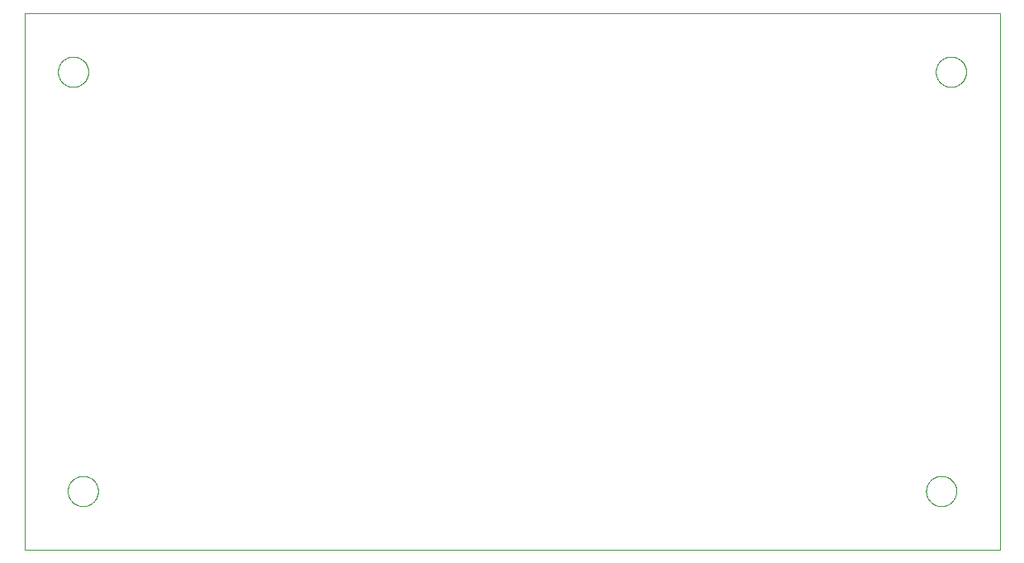
<source format=gko>
G04 EAGLE Gerber RS-274X export*
G75*
%MOMM*%
%FSLAX34Y34*%
%LPD*%
%INBoard ouline*%
%IPPOS*%
%AMOC8*
5,1,8,0,0,1.08239X$1,22.5*%
G01*
%ADD10C,0.000000*%


D10*
X0Y0D02*
X1000000Y0D01*
X1000000Y550000D01*
X0Y550000D01*
X0Y0D01*
X44500Y60000D02*
X44505Y60380D01*
X44519Y60761D01*
X44542Y61140D01*
X44575Y61519D01*
X44617Y61897D01*
X44668Y62274D01*
X44728Y62650D01*
X44798Y63024D01*
X44877Y63396D01*
X44965Y63766D01*
X45061Y64134D01*
X45167Y64499D01*
X45282Y64862D01*
X45406Y65222D01*
X45539Y65578D01*
X45680Y65932D01*
X45830Y66281D01*
X45988Y66627D01*
X46155Y66969D01*
X46330Y67307D01*
X46514Y67640D01*
X46705Y67969D01*
X46905Y68292D01*
X47112Y68611D01*
X47327Y68925D01*
X47550Y69233D01*
X47781Y69536D01*
X48018Y69833D01*
X48263Y70124D01*
X48515Y70409D01*
X48774Y70688D01*
X49040Y70960D01*
X49312Y71226D01*
X49591Y71485D01*
X49876Y71737D01*
X50167Y71982D01*
X50464Y72219D01*
X50767Y72450D01*
X51075Y72673D01*
X51389Y72888D01*
X51708Y73095D01*
X52031Y73295D01*
X52360Y73486D01*
X52693Y73670D01*
X53031Y73845D01*
X53373Y74012D01*
X53719Y74170D01*
X54068Y74320D01*
X54422Y74461D01*
X54778Y74594D01*
X55138Y74718D01*
X55501Y74833D01*
X55866Y74939D01*
X56234Y75035D01*
X56604Y75123D01*
X56976Y75202D01*
X57350Y75272D01*
X57726Y75332D01*
X58103Y75383D01*
X58481Y75425D01*
X58860Y75458D01*
X59239Y75481D01*
X59620Y75495D01*
X60000Y75500D01*
X60380Y75495D01*
X60761Y75481D01*
X61140Y75458D01*
X61519Y75425D01*
X61897Y75383D01*
X62274Y75332D01*
X62650Y75272D01*
X63024Y75202D01*
X63396Y75123D01*
X63766Y75035D01*
X64134Y74939D01*
X64499Y74833D01*
X64862Y74718D01*
X65222Y74594D01*
X65578Y74461D01*
X65932Y74320D01*
X66281Y74170D01*
X66627Y74012D01*
X66969Y73845D01*
X67307Y73670D01*
X67640Y73486D01*
X67969Y73295D01*
X68292Y73095D01*
X68611Y72888D01*
X68925Y72673D01*
X69233Y72450D01*
X69536Y72219D01*
X69833Y71982D01*
X70124Y71737D01*
X70409Y71485D01*
X70688Y71226D01*
X70960Y70960D01*
X71226Y70688D01*
X71485Y70409D01*
X71737Y70124D01*
X71982Y69833D01*
X72219Y69536D01*
X72450Y69233D01*
X72673Y68925D01*
X72888Y68611D01*
X73095Y68292D01*
X73295Y67969D01*
X73486Y67640D01*
X73670Y67307D01*
X73845Y66969D01*
X74012Y66627D01*
X74170Y66281D01*
X74320Y65932D01*
X74461Y65578D01*
X74594Y65222D01*
X74718Y64862D01*
X74833Y64499D01*
X74939Y64134D01*
X75035Y63766D01*
X75123Y63396D01*
X75202Y63024D01*
X75272Y62650D01*
X75332Y62274D01*
X75383Y61897D01*
X75425Y61519D01*
X75458Y61140D01*
X75481Y60761D01*
X75495Y60380D01*
X75500Y60000D01*
X75495Y59620D01*
X75481Y59239D01*
X75458Y58860D01*
X75425Y58481D01*
X75383Y58103D01*
X75332Y57726D01*
X75272Y57350D01*
X75202Y56976D01*
X75123Y56604D01*
X75035Y56234D01*
X74939Y55866D01*
X74833Y55501D01*
X74718Y55138D01*
X74594Y54778D01*
X74461Y54422D01*
X74320Y54068D01*
X74170Y53719D01*
X74012Y53373D01*
X73845Y53031D01*
X73670Y52693D01*
X73486Y52360D01*
X73295Y52031D01*
X73095Y51708D01*
X72888Y51389D01*
X72673Y51075D01*
X72450Y50767D01*
X72219Y50464D01*
X71982Y50167D01*
X71737Y49876D01*
X71485Y49591D01*
X71226Y49312D01*
X70960Y49040D01*
X70688Y48774D01*
X70409Y48515D01*
X70124Y48263D01*
X69833Y48018D01*
X69536Y47781D01*
X69233Y47550D01*
X68925Y47327D01*
X68611Y47112D01*
X68292Y46905D01*
X67969Y46705D01*
X67640Y46514D01*
X67307Y46330D01*
X66969Y46155D01*
X66627Y45988D01*
X66281Y45830D01*
X65932Y45680D01*
X65578Y45539D01*
X65222Y45406D01*
X64862Y45282D01*
X64499Y45167D01*
X64134Y45061D01*
X63766Y44965D01*
X63396Y44877D01*
X63024Y44798D01*
X62650Y44728D01*
X62274Y44668D01*
X61897Y44617D01*
X61519Y44575D01*
X61140Y44542D01*
X60761Y44519D01*
X60380Y44505D01*
X60000Y44500D01*
X59620Y44505D01*
X59239Y44519D01*
X58860Y44542D01*
X58481Y44575D01*
X58103Y44617D01*
X57726Y44668D01*
X57350Y44728D01*
X56976Y44798D01*
X56604Y44877D01*
X56234Y44965D01*
X55866Y45061D01*
X55501Y45167D01*
X55138Y45282D01*
X54778Y45406D01*
X54422Y45539D01*
X54068Y45680D01*
X53719Y45830D01*
X53373Y45988D01*
X53031Y46155D01*
X52693Y46330D01*
X52360Y46514D01*
X52031Y46705D01*
X51708Y46905D01*
X51389Y47112D01*
X51075Y47327D01*
X50767Y47550D01*
X50464Y47781D01*
X50167Y48018D01*
X49876Y48263D01*
X49591Y48515D01*
X49312Y48774D01*
X49040Y49040D01*
X48774Y49312D01*
X48515Y49591D01*
X48263Y49876D01*
X48018Y50167D01*
X47781Y50464D01*
X47550Y50767D01*
X47327Y51075D01*
X47112Y51389D01*
X46905Y51708D01*
X46705Y52031D01*
X46514Y52360D01*
X46330Y52693D01*
X46155Y53031D01*
X45988Y53373D01*
X45830Y53719D01*
X45680Y54068D01*
X45539Y54422D01*
X45406Y54778D01*
X45282Y55138D01*
X45167Y55501D01*
X45061Y55866D01*
X44965Y56234D01*
X44877Y56604D01*
X44798Y56976D01*
X44728Y57350D01*
X44668Y57726D01*
X44617Y58103D01*
X44575Y58481D01*
X44542Y58860D01*
X44519Y59239D01*
X44505Y59620D01*
X44500Y60000D01*
X34500Y490000D02*
X34505Y490380D01*
X34519Y490761D01*
X34542Y491140D01*
X34575Y491519D01*
X34617Y491897D01*
X34668Y492274D01*
X34728Y492650D01*
X34798Y493024D01*
X34877Y493396D01*
X34965Y493766D01*
X35061Y494134D01*
X35167Y494499D01*
X35282Y494862D01*
X35406Y495222D01*
X35539Y495578D01*
X35680Y495932D01*
X35830Y496281D01*
X35988Y496627D01*
X36155Y496969D01*
X36330Y497307D01*
X36514Y497640D01*
X36705Y497969D01*
X36905Y498292D01*
X37112Y498611D01*
X37327Y498925D01*
X37550Y499233D01*
X37781Y499536D01*
X38018Y499833D01*
X38263Y500124D01*
X38515Y500409D01*
X38774Y500688D01*
X39040Y500960D01*
X39312Y501226D01*
X39591Y501485D01*
X39876Y501737D01*
X40167Y501982D01*
X40464Y502219D01*
X40767Y502450D01*
X41075Y502673D01*
X41389Y502888D01*
X41708Y503095D01*
X42031Y503295D01*
X42360Y503486D01*
X42693Y503670D01*
X43031Y503845D01*
X43373Y504012D01*
X43719Y504170D01*
X44068Y504320D01*
X44422Y504461D01*
X44778Y504594D01*
X45138Y504718D01*
X45501Y504833D01*
X45866Y504939D01*
X46234Y505035D01*
X46604Y505123D01*
X46976Y505202D01*
X47350Y505272D01*
X47726Y505332D01*
X48103Y505383D01*
X48481Y505425D01*
X48860Y505458D01*
X49239Y505481D01*
X49620Y505495D01*
X50000Y505500D01*
X50380Y505495D01*
X50761Y505481D01*
X51140Y505458D01*
X51519Y505425D01*
X51897Y505383D01*
X52274Y505332D01*
X52650Y505272D01*
X53024Y505202D01*
X53396Y505123D01*
X53766Y505035D01*
X54134Y504939D01*
X54499Y504833D01*
X54862Y504718D01*
X55222Y504594D01*
X55578Y504461D01*
X55932Y504320D01*
X56281Y504170D01*
X56627Y504012D01*
X56969Y503845D01*
X57307Y503670D01*
X57640Y503486D01*
X57969Y503295D01*
X58292Y503095D01*
X58611Y502888D01*
X58925Y502673D01*
X59233Y502450D01*
X59536Y502219D01*
X59833Y501982D01*
X60124Y501737D01*
X60409Y501485D01*
X60688Y501226D01*
X60960Y500960D01*
X61226Y500688D01*
X61485Y500409D01*
X61737Y500124D01*
X61982Y499833D01*
X62219Y499536D01*
X62450Y499233D01*
X62673Y498925D01*
X62888Y498611D01*
X63095Y498292D01*
X63295Y497969D01*
X63486Y497640D01*
X63670Y497307D01*
X63845Y496969D01*
X64012Y496627D01*
X64170Y496281D01*
X64320Y495932D01*
X64461Y495578D01*
X64594Y495222D01*
X64718Y494862D01*
X64833Y494499D01*
X64939Y494134D01*
X65035Y493766D01*
X65123Y493396D01*
X65202Y493024D01*
X65272Y492650D01*
X65332Y492274D01*
X65383Y491897D01*
X65425Y491519D01*
X65458Y491140D01*
X65481Y490761D01*
X65495Y490380D01*
X65500Y490000D01*
X65495Y489620D01*
X65481Y489239D01*
X65458Y488860D01*
X65425Y488481D01*
X65383Y488103D01*
X65332Y487726D01*
X65272Y487350D01*
X65202Y486976D01*
X65123Y486604D01*
X65035Y486234D01*
X64939Y485866D01*
X64833Y485501D01*
X64718Y485138D01*
X64594Y484778D01*
X64461Y484422D01*
X64320Y484068D01*
X64170Y483719D01*
X64012Y483373D01*
X63845Y483031D01*
X63670Y482693D01*
X63486Y482360D01*
X63295Y482031D01*
X63095Y481708D01*
X62888Y481389D01*
X62673Y481075D01*
X62450Y480767D01*
X62219Y480464D01*
X61982Y480167D01*
X61737Y479876D01*
X61485Y479591D01*
X61226Y479312D01*
X60960Y479040D01*
X60688Y478774D01*
X60409Y478515D01*
X60124Y478263D01*
X59833Y478018D01*
X59536Y477781D01*
X59233Y477550D01*
X58925Y477327D01*
X58611Y477112D01*
X58292Y476905D01*
X57969Y476705D01*
X57640Y476514D01*
X57307Y476330D01*
X56969Y476155D01*
X56627Y475988D01*
X56281Y475830D01*
X55932Y475680D01*
X55578Y475539D01*
X55222Y475406D01*
X54862Y475282D01*
X54499Y475167D01*
X54134Y475061D01*
X53766Y474965D01*
X53396Y474877D01*
X53024Y474798D01*
X52650Y474728D01*
X52274Y474668D01*
X51897Y474617D01*
X51519Y474575D01*
X51140Y474542D01*
X50761Y474519D01*
X50380Y474505D01*
X50000Y474500D01*
X49620Y474505D01*
X49239Y474519D01*
X48860Y474542D01*
X48481Y474575D01*
X48103Y474617D01*
X47726Y474668D01*
X47350Y474728D01*
X46976Y474798D01*
X46604Y474877D01*
X46234Y474965D01*
X45866Y475061D01*
X45501Y475167D01*
X45138Y475282D01*
X44778Y475406D01*
X44422Y475539D01*
X44068Y475680D01*
X43719Y475830D01*
X43373Y475988D01*
X43031Y476155D01*
X42693Y476330D01*
X42360Y476514D01*
X42031Y476705D01*
X41708Y476905D01*
X41389Y477112D01*
X41075Y477327D01*
X40767Y477550D01*
X40464Y477781D01*
X40167Y478018D01*
X39876Y478263D01*
X39591Y478515D01*
X39312Y478774D01*
X39040Y479040D01*
X38774Y479312D01*
X38515Y479591D01*
X38263Y479876D01*
X38018Y480167D01*
X37781Y480464D01*
X37550Y480767D01*
X37327Y481075D01*
X37112Y481389D01*
X36905Y481708D01*
X36705Y482031D01*
X36514Y482360D01*
X36330Y482693D01*
X36155Y483031D01*
X35988Y483373D01*
X35830Y483719D01*
X35680Y484068D01*
X35539Y484422D01*
X35406Y484778D01*
X35282Y485138D01*
X35167Y485501D01*
X35061Y485866D01*
X34965Y486234D01*
X34877Y486604D01*
X34798Y486976D01*
X34728Y487350D01*
X34668Y487726D01*
X34617Y488103D01*
X34575Y488481D01*
X34542Y488860D01*
X34519Y489239D01*
X34505Y489620D01*
X34500Y490000D01*
X934500Y490000D02*
X934505Y490380D01*
X934519Y490761D01*
X934542Y491140D01*
X934575Y491519D01*
X934617Y491897D01*
X934668Y492274D01*
X934728Y492650D01*
X934798Y493024D01*
X934877Y493396D01*
X934965Y493766D01*
X935061Y494134D01*
X935167Y494499D01*
X935282Y494862D01*
X935406Y495222D01*
X935539Y495578D01*
X935680Y495932D01*
X935830Y496281D01*
X935988Y496627D01*
X936155Y496969D01*
X936330Y497307D01*
X936514Y497640D01*
X936705Y497969D01*
X936905Y498292D01*
X937112Y498611D01*
X937327Y498925D01*
X937550Y499233D01*
X937781Y499536D01*
X938018Y499833D01*
X938263Y500124D01*
X938515Y500409D01*
X938774Y500688D01*
X939040Y500960D01*
X939312Y501226D01*
X939591Y501485D01*
X939876Y501737D01*
X940167Y501982D01*
X940464Y502219D01*
X940767Y502450D01*
X941075Y502673D01*
X941389Y502888D01*
X941708Y503095D01*
X942031Y503295D01*
X942360Y503486D01*
X942693Y503670D01*
X943031Y503845D01*
X943373Y504012D01*
X943719Y504170D01*
X944068Y504320D01*
X944422Y504461D01*
X944778Y504594D01*
X945138Y504718D01*
X945501Y504833D01*
X945866Y504939D01*
X946234Y505035D01*
X946604Y505123D01*
X946976Y505202D01*
X947350Y505272D01*
X947726Y505332D01*
X948103Y505383D01*
X948481Y505425D01*
X948860Y505458D01*
X949239Y505481D01*
X949620Y505495D01*
X950000Y505500D01*
X950380Y505495D01*
X950761Y505481D01*
X951140Y505458D01*
X951519Y505425D01*
X951897Y505383D01*
X952274Y505332D01*
X952650Y505272D01*
X953024Y505202D01*
X953396Y505123D01*
X953766Y505035D01*
X954134Y504939D01*
X954499Y504833D01*
X954862Y504718D01*
X955222Y504594D01*
X955578Y504461D01*
X955932Y504320D01*
X956281Y504170D01*
X956627Y504012D01*
X956969Y503845D01*
X957307Y503670D01*
X957640Y503486D01*
X957969Y503295D01*
X958292Y503095D01*
X958611Y502888D01*
X958925Y502673D01*
X959233Y502450D01*
X959536Y502219D01*
X959833Y501982D01*
X960124Y501737D01*
X960409Y501485D01*
X960688Y501226D01*
X960960Y500960D01*
X961226Y500688D01*
X961485Y500409D01*
X961737Y500124D01*
X961982Y499833D01*
X962219Y499536D01*
X962450Y499233D01*
X962673Y498925D01*
X962888Y498611D01*
X963095Y498292D01*
X963295Y497969D01*
X963486Y497640D01*
X963670Y497307D01*
X963845Y496969D01*
X964012Y496627D01*
X964170Y496281D01*
X964320Y495932D01*
X964461Y495578D01*
X964594Y495222D01*
X964718Y494862D01*
X964833Y494499D01*
X964939Y494134D01*
X965035Y493766D01*
X965123Y493396D01*
X965202Y493024D01*
X965272Y492650D01*
X965332Y492274D01*
X965383Y491897D01*
X965425Y491519D01*
X965458Y491140D01*
X965481Y490761D01*
X965495Y490380D01*
X965500Y490000D01*
X965495Y489620D01*
X965481Y489239D01*
X965458Y488860D01*
X965425Y488481D01*
X965383Y488103D01*
X965332Y487726D01*
X965272Y487350D01*
X965202Y486976D01*
X965123Y486604D01*
X965035Y486234D01*
X964939Y485866D01*
X964833Y485501D01*
X964718Y485138D01*
X964594Y484778D01*
X964461Y484422D01*
X964320Y484068D01*
X964170Y483719D01*
X964012Y483373D01*
X963845Y483031D01*
X963670Y482693D01*
X963486Y482360D01*
X963295Y482031D01*
X963095Y481708D01*
X962888Y481389D01*
X962673Y481075D01*
X962450Y480767D01*
X962219Y480464D01*
X961982Y480167D01*
X961737Y479876D01*
X961485Y479591D01*
X961226Y479312D01*
X960960Y479040D01*
X960688Y478774D01*
X960409Y478515D01*
X960124Y478263D01*
X959833Y478018D01*
X959536Y477781D01*
X959233Y477550D01*
X958925Y477327D01*
X958611Y477112D01*
X958292Y476905D01*
X957969Y476705D01*
X957640Y476514D01*
X957307Y476330D01*
X956969Y476155D01*
X956627Y475988D01*
X956281Y475830D01*
X955932Y475680D01*
X955578Y475539D01*
X955222Y475406D01*
X954862Y475282D01*
X954499Y475167D01*
X954134Y475061D01*
X953766Y474965D01*
X953396Y474877D01*
X953024Y474798D01*
X952650Y474728D01*
X952274Y474668D01*
X951897Y474617D01*
X951519Y474575D01*
X951140Y474542D01*
X950761Y474519D01*
X950380Y474505D01*
X950000Y474500D01*
X949620Y474505D01*
X949239Y474519D01*
X948860Y474542D01*
X948481Y474575D01*
X948103Y474617D01*
X947726Y474668D01*
X947350Y474728D01*
X946976Y474798D01*
X946604Y474877D01*
X946234Y474965D01*
X945866Y475061D01*
X945501Y475167D01*
X945138Y475282D01*
X944778Y475406D01*
X944422Y475539D01*
X944068Y475680D01*
X943719Y475830D01*
X943373Y475988D01*
X943031Y476155D01*
X942693Y476330D01*
X942360Y476514D01*
X942031Y476705D01*
X941708Y476905D01*
X941389Y477112D01*
X941075Y477327D01*
X940767Y477550D01*
X940464Y477781D01*
X940167Y478018D01*
X939876Y478263D01*
X939591Y478515D01*
X939312Y478774D01*
X939040Y479040D01*
X938774Y479312D01*
X938515Y479591D01*
X938263Y479876D01*
X938018Y480167D01*
X937781Y480464D01*
X937550Y480767D01*
X937327Y481075D01*
X937112Y481389D01*
X936905Y481708D01*
X936705Y482031D01*
X936514Y482360D01*
X936330Y482693D01*
X936155Y483031D01*
X935988Y483373D01*
X935830Y483719D01*
X935680Y484068D01*
X935539Y484422D01*
X935406Y484778D01*
X935282Y485138D01*
X935167Y485501D01*
X935061Y485866D01*
X934965Y486234D01*
X934877Y486604D01*
X934798Y486976D01*
X934728Y487350D01*
X934668Y487726D01*
X934617Y488103D01*
X934575Y488481D01*
X934542Y488860D01*
X934519Y489239D01*
X934505Y489620D01*
X934500Y490000D01*
X924500Y60000D02*
X924505Y60380D01*
X924519Y60761D01*
X924542Y61140D01*
X924575Y61519D01*
X924617Y61897D01*
X924668Y62274D01*
X924728Y62650D01*
X924798Y63024D01*
X924877Y63396D01*
X924965Y63766D01*
X925061Y64134D01*
X925167Y64499D01*
X925282Y64862D01*
X925406Y65222D01*
X925539Y65578D01*
X925680Y65932D01*
X925830Y66281D01*
X925988Y66627D01*
X926155Y66969D01*
X926330Y67307D01*
X926514Y67640D01*
X926705Y67969D01*
X926905Y68292D01*
X927112Y68611D01*
X927327Y68925D01*
X927550Y69233D01*
X927781Y69536D01*
X928018Y69833D01*
X928263Y70124D01*
X928515Y70409D01*
X928774Y70688D01*
X929040Y70960D01*
X929312Y71226D01*
X929591Y71485D01*
X929876Y71737D01*
X930167Y71982D01*
X930464Y72219D01*
X930767Y72450D01*
X931075Y72673D01*
X931389Y72888D01*
X931708Y73095D01*
X932031Y73295D01*
X932360Y73486D01*
X932693Y73670D01*
X933031Y73845D01*
X933373Y74012D01*
X933719Y74170D01*
X934068Y74320D01*
X934422Y74461D01*
X934778Y74594D01*
X935138Y74718D01*
X935501Y74833D01*
X935866Y74939D01*
X936234Y75035D01*
X936604Y75123D01*
X936976Y75202D01*
X937350Y75272D01*
X937726Y75332D01*
X938103Y75383D01*
X938481Y75425D01*
X938860Y75458D01*
X939239Y75481D01*
X939620Y75495D01*
X940000Y75500D01*
X940380Y75495D01*
X940761Y75481D01*
X941140Y75458D01*
X941519Y75425D01*
X941897Y75383D01*
X942274Y75332D01*
X942650Y75272D01*
X943024Y75202D01*
X943396Y75123D01*
X943766Y75035D01*
X944134Y74939D01*
X944499Y74833D01*
X944862Y74718D01*
X945222Y74594D01*
X945578Y74461D01*
X945932Y74320D01*
X946281Y74170D01*
X946627Y74012D01*
X946969Y73845D01*
X947307Y73670D01*
X947640Y73486D01*
X947969Y73295D01*
X948292Y73095D01*
X948611Y72888D01*
X948925Y72673D01*
X949233Y72450D01*
X949536Y72219D01*
X949833Y71982D01*
X950124Y71737D01*
X950409Y71485D01*
X950688Y71226D01*
X950960Y70960D01*
X951226Y70688D01*
X951485Y70409D01*
X951737Y70124D01*
X951982Y69833D01*
X952219Y69536D01*
X952450Y69233D01*
X952673Y68925D01*
X952888Y68611D01*
X953095Y68292D01*
X953295Y67969D01*
X953486Y67640D01*
X953670Y67307D01*
X953845Y66969D01*
X954012Y66627D01*
X954170Y66281D01*
X954320Y65932D01*
X954461Y65578D01*
X954594Y65222D01*
X954718Y64862D01*
X954833Y64499D01*
X954939Y64134D01*
X955035Y63766D01*
X955123Y63396D01*
X955202Y63024D01*
X955272Y62650D01*
X955332Y62274D01*
X955383Y61897D01*
X955425Y61519D01*
X955458Y61140D01*
X955481Y60761D01*
X955495Y60380D01*
X955500Y60000D01*
X955495Y59620D01*
X955481Y59239D01*
X955458Y58860D01*
X955425Y58481D01*
X955383Y58103D01*
X955332Y57726D01*
X955272Y57350D01*
X955202Y56976D01*
X955123Y56604D01*
X955035Y56234D01*
X954939Y55866D01*
X954833Y55501D01*
X954718Y55138D01*
X954594Y54778D01*
X954461Y54422D01*
X954320Y54068D01*
X954170Y53719D01*
X954012Y53373D01*
X953845Y53031D01*
X953670Y52693D01*
X953486Y52360D01*
X953295Y52031D01*
X953095Y51708D01*
X952888Y51389D01*
X952673Y51075D01*
X952450Y50767D01*
X952219Y50464D01*
X951982Y50167D01*
X951737Y49876D01*
X951485Y49591D01*
X951226Y49312D01*
X950960Y49040D01*
X950688Y48774D01*
X950409Y48515D01*
X950124Y48263D01*
X949833Y48018D01*
X949536Y47781D01*
X949233Y47550D01*
X948925Y47327D01*
X948611Y47112D01*
X948292Y46905D01*
X947969Y46705D01*
X947640Y46514D01*
X947307Y46330D01*
X946969Y46155D01*
X946627Y45988D01*
X946281Y45830D01*
X945932Y45680D01*
X945578Y45539D01*
X945222Y45406D01*
X944862Y45282D01*
X944499Y45167D01*
X944134Y45061D01*
X943766Y44965D01*
X943396Y44877D01*
X943024Y44798D01*
X942650Y44728D01*
X942274Y44668D01*
X941897Y44617D01*
X941519Y44575D01*
X941140Y44542D01*
X940761Y44519D01*
X940380Y44505D01*
X940000Y44500D01*
X939620Y44505D01*
X939239Y44519D01*
X938860Y44542D01*
X938481Y44575D01*
X938103Y44617D01*
X937726Y44668D01*
X937350Y44728D01*
X936976Y44798D01*
X936604Y44877D01*
X936234Y44965D01*
X935866Y45061D01*
X935501Y45167D01*
X935138Y45282D01*
X934778Y45406D01*
X934422Y45539D01*
X934068Y45680D01*
X933719Y45830D01*
X933373Y45988D01*
X933031Y46155D01*
X932693Y46330D01*
X932360Y46514D01*
X932031Y46705D01*
X931708Y46905D01*
X931389Y47112D01*
X931075Y47327D01*
X930767Y47550D01*
X930464Y47781D01*
X930167Y48018D01*
X929876Y48263D01*
X929591Y48515D01*
X929312Y48774D01*
X929040Y49040D01*
X928774Y49312D01*
X928515Y49591D01*
X928263Y49876D01*
X928018Y50167D01*
X927781Y50464D01*
X927550Y50767D01*
X927327Y51075D01*
X927112Y51389D01*
X926905Y51708D01*
X926705Y52031D01*
X926514Y52360D01*
X926330Y52693D01*
X926155Y53031D01*
X925988Y53373D01*
X925830Y53719D01*
X925680Y54068D01*
X925539Y54422D01*
X925406Y54778D01*
X925282Y55138D01*
X925167Y55501D01*
X925061Y55866D01*
X924965Y56234D01*
X924877Y56604D01*
X924798Y56976D01*
X924728Y57350D01*
X924668Y57726D01*
X924617Y58103D01*
X924575Y58481D01*
X924542Y58860D01*
X924519Y59239D01*
X924505Y59620D01*
X924500Y60000D01*
M02*

</source>
